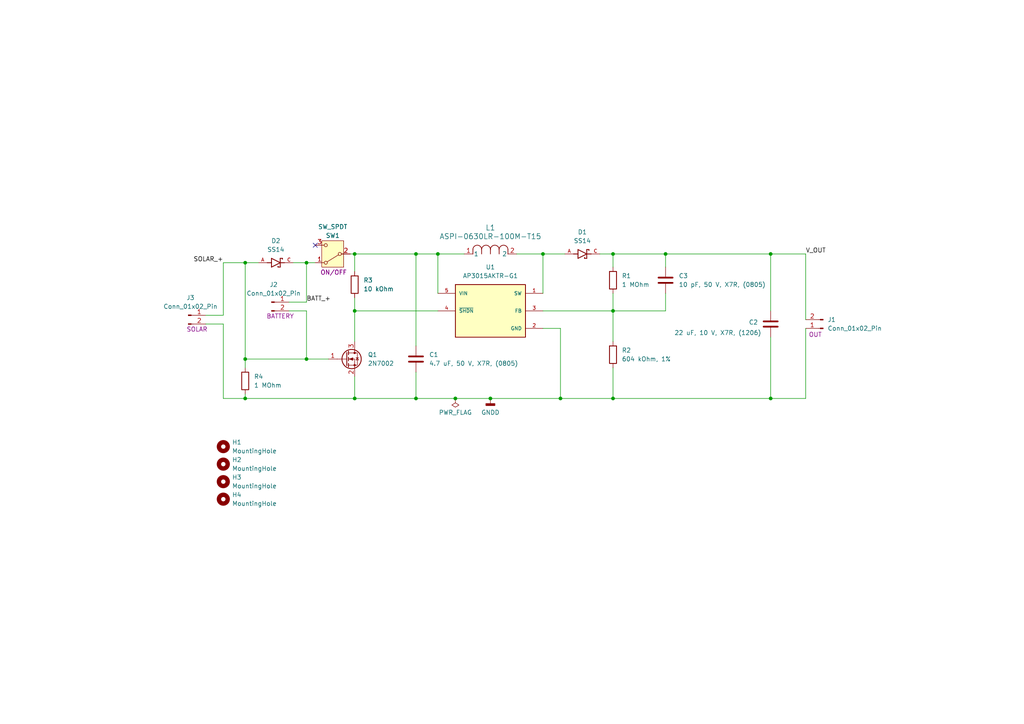
<source format=kicad_sch>
(kicad_sch (version 20250114) (generator "eeschema") (generator_version "9.0")
  (paper "A4")
  (title_block (title "Tiny Solar Supply (IN: 1.2 - 12 V / OUT: 3V3)") (date "2025-07-12") (rev "1.0") (company "Used with Permission by Jaime M. Villegas I.") (comment 1 "Author:  Clemens Valens (Elektor)"))
  (lib_symbols
    (symbol "2025-07-13_02-27-56:ASPI-0630LR-100M-T15" (pin_names (offset 0.254))
      (property "Reference" "L1" (at 7.62 7.62 0))
      (property "Value" "ASPI-0630LR-100M-T15" (at 7.62 5.08 0))
      (symbol "ASPI-0630LR-100M-T15_1_1"
        (polyline (pts (xy 2.54 0) (xy 2.54 1.27)) (stroke (width 0.2032)))
        (arc (start 2.54 1.27) (mid 3.81 2.5344) (end 5.08 1.27) (stroke (width 0.2032)))
        (polyline (pts (xy 5.08 0) (xy 5.08 1.27)) (stroke (width 0.2032)))
        (arc (start 5.08 1.27) (mid 6.35 2.5344) (end 7.62 1.27) (stroke (width 0.2032)))
        (polyline (pts (xy 7.62 0) (xy 7.62 1.27)) (stroke (width 0.2032)))
        (arc (start 7.62 1.27) (mid 8.89 2.5344) (end 10.16 1.27) (stroke (width 0.2032)))
        (polyline (pts (xy 10.16 0) (xy 10.16 1.27)) (stroke (width 0.2032)))
        (arc (start 10.16 1.27) (mid 11.43 2.5344) (end 12.7 1.27) (stroke (width 0.2032)))
        (polyline (pts (xy 12.7 0) (xy 12.7 1.27)) (stroke (width 0.2032)))
        (pin passive line (at 0 0 0) (length 2.54) (name "2") (number "2"))
        (pin passive line (at 15.24 0 180) (length 2.54) (name "1") (number "1"))
      )
      (symbol "ASPI-0630LR-100M-T15_1_2"
        (arc (start -1.27 10.16) (mid -2.5344 11.43) (end -1.27 12.7) (stroke (width 0.2032)))
        (arc (start -1.27 7.62) (mid -2.5344 8.89) (end -1.27 10.16) (stroke (width 0.2032)))
        (arc (start -1.27 5.08) (mid -2.5344 6.35) (end -1.27 7.62) (stroke (width 0.2032)))
        (arc (start -1.27 2.54) (mid -2.5344 3.81) (end -1.27 5.08) (stroke (width 0.2032)))
        (polyline (pts (xy 0 12.7) (xy -1.27 12.7)) (stroke (width 0.2032)))
        (polyline (pts (xy 0 10.16) (xy -1.27 10.16)) (stroke (width 0.2032)))
        (polyline (pts (xy 0 7.62) (xy -1.27 7.62)) (stroke (width 0.2032)))
        (polyline (pts (xy 0 5.08) (xy -1.27 5.08)) (stroke (width 0.2032)))
        (polyline (pts (xy 0 2.54) (xy -1.27 2.54)) (stroke (width 0.2032)))
        (pin unspecified line (at 0 15.24 270) (length 2.54) (name "1") (number "1"))
        (pin unspecified line (at 0 0 90) (length 2.54) (name "2") (number "2"))
      )
    )
    (symbol "AP3015AKTR-G1:AP3015AKTR-G1" (pin_names (offset 1.016))
      (property "Reference" "U" (at -10.16 8.382 0))
      (property "Value" "AP3015AKTR-G1" (at -10.16 -10.16 0))
      (symbol "AP3015AKTR-G1_0_0"
        (rectangle (start -10.16 -7.62) (end 10.16 7.62) (stroke (width 0.254)) (fill (type background)))
        (pin input line (at -15.24 5.08 0) (length 5.08) (name "VIN") (number "5"))
        (pin input line (at -15.24 0 0) (length 5.08) (name "~{SHDN}") (number "4"))
        (pin output line (at 15.24 5.08 180) (length 5.08) (name "SW") (number "1"))
        (pin input line (at 15.24 0 180) (length 5.08) (name "FB") (number "3"))
        (pin power_in line (at 15.24 -5.08 180) (length 5.08) (name "GND") (number "2"))
      )
    )
    (symbol "Connector:Conn_01x02_Pin" (pin_names (offset 1.016) (hide yes))
      (property "Reference" "J" (at 0 2.54 0))
      (property "Value" "Conn_01x02_Pin" (at 0 -5.08 0))
      (symbol "Conn_01x02_Pin_1_1"
        (rectangle (start 0.8636 0.127) (end 0 -0.127) (stroke (width 0.1524)) (fill (type outline)))
        (rectangle (start 0.8636 -2.413) (end 0 -2.667) (stroke (width 0.1524)) (fill (type outline)))
        (polyline (pts (xy 1.27 0) (xy 0.8636 0)) (stroke (width 0.1524)))
        (polyline (pts (xy 1.27 -2.54) (xy 0.8636 -2.54)) (stroke (width 0.1524)))
        (pin passive line (at 5.08 0 180) (length 3.81) (name "Pin_1") (number "1"))
        (pin passive line (at 5.08 -2.54 180) (length 3.81) (name "Pin_2") (number "2"))
      )
    )
    (symbol "Device:C" (pin_numbers (hide yes)) (pin_names (offset 0.254))
      (property "Reference" "C" (at 0.635 2.54 0))
      (property "Value" "C" (at 0.635 -2.54 0))
      (symbol "C_0_1"
        (polyline (pts (xy -2.032 0.762) (xy 2.032 0.762)) (stroke (width 0.508)))
        (polyline (pts (xy -2.032 -0.762) (xy 2.032 -0.762)) (stroke (width 0.508)))
      )
      (symbol "C_1_1"
        (pin passive line (at 0 3.81 270) (length 2.794) (name "~") (number "1"))
        (pin passive line (at 0 -3.81 90) (length 2.794) (name "~") (number "2"))
      )
    )
    (symbol "Device:R" (pin_numbers (hide yes)) (pin_names (offset 0))
      (property "Reference" "R" (at 2.032 0 90))
      (property "Value" "R" (at 0 0 90))
      (symbol "R_0_1"
        (rectangle (start -1.016 -2.54) (end 1.016 2.54) (stroke (width 0.254)))
      )
      (symbol "R_1_1"
        (pin passive line (at 0 3.81 270) (length 1.27) (name "~") (number "1"))
        (pin passive line (at 0 -3.81 90) (length 1.27) (name "~") (number "2"))
      )
    )
    (symbol "Mechanical:MountingHole" (pin_names (offset 1.016)) (in_bom no)
      (property "Reference" "H" (at 0 5.08 0))
      (property "Value" "MountingHole" (at 0 3.175 0))
      (symbol "MountingHole_0_1"
        (circle (center 0 0) (radius 1.27) (stroke (width 1.27)))
      )
    )
    (symbol "SS14:SS14" (pin_names (offset 1.016))
      (property "Reference" "D" (at -5.08 2.54 0))
      (property "Value" "SS14" (at -5.08 -3.81 0))
      (symbol "SS14_0_0"
        (polyline (pts (xy -2.54 0) (xy -1.27 0)) (stroke (width 0.254)))
        (polyline (pts (xy -1.27 1.27) (xy -1.27 0)) (stroke (width 0.254)))
        (polyline (pts (xy -1.27 0) (xy -1.27 -1.27)) (stroke (width 0.254)))
        (polyline (pts (xy -1.27 -1.27) (xy 1.27 0)) (stroke (width 0.254)))
        (polyline (pts (xy 0.635 -1.016) (xy 0.635 -1.27)) (stroke (width 0.254)))
        (polyline (pts (xy 1.27 1.27) (xy 1.27 0)) (stroke (width 0.254)))
        (polyline (pts (xy 1.27 0) (xy -1.27 1.27)) (stroke (width 0.254)))
        (polyline (pts (xy 1.27 0) (xy 1.27 -1.27)) (stroke (width 0.254)))
        (polyline (pts (xy 1.27 -1.27) (xy 0.635 -1.27)) (stroke (width 0.254)))
        (polyline (pts (xy 1.905 1.27) (xy 1.27 1.27)) (stroke (width 0.254)))
        (polyline (pts (xy 1.905 1.27) (xy 1.905 1.016)) (stroke (width 0.254)))
        (polyline (pts (xy 2.54 0) (xy 1.27 0)) (stroke (width 0.254)))
        (pin passive line (at -5.08 0 0) (length 2.54) (name "~") (number "A"))
        (pin passive line (at 5.08 0 180) (length 2.54) (name "~") (number "C"))
      )
    )
    (symbol "Switch:SW_SPDT" (pin_names (offset 0) (hide yes))
      (property "Reference" "SW" (at 0 5.08 0))
      (property "Value" "SW_SPDT" (at 0 -5.08 0))
      (symbol "SW_SPDT_0_1"
        (circle (center -2.032 0) (radius 0.4572))
        (polyline (pts (xy -1.651 0.254) (xy 1.651 2.286)))
        (circle (center 2.032 2.54) (radius 0.4572))
        (circle (center 2.032 -2.54) (radius 0.4572))
      )
      (symbol "SW_SPDT_1_1"
        (rectangle (start -3.175 3.81) (end 3.175 -3.81) (fill (type background)))
        (pin passive line (at -5.08 0 0) (length 2.54) (name "B") (number "2"))
        (pin passive line (at 5.08 2.54 180) (length 2.54) (name "A") (number "1"))
        (pin passive line (at 5.08 -2.54 180) (length 2.54) (name "C") (number "3"))
      )
    )
    (symbol "Transistor_FET:2N7002" (pin_names (offset 0) (hide yes))
      (property "Reference" "Q" (at 5.08 1.905 0))
      (property "Value" "2N7002" (at 5.08 0 0))
      (symbol "2N7002_0_1"
        (polyline (pts (xy 0.254 1.905) (xy 0.254 -1.905)) (stroke (width 0.254)))
        (polyline (pts (xy 0.254 0) (xy -2.54 0)))
        (polyline (pts (xy 0.762 2.286) (xy 0.762 1.27)) (stroke (width 0.254)))
        (polyline (pts (xy 0.762 0.508) (xy 0.762 -0.508)) (stroke (width 0.254)))
        (polyline (pts (xy 0.762 -1.27) (xy 0.762 -2.286)) (stroke (width 0.254)))
        (polyline (pts (xy 0.762 -1.778) (xy 3.302 -1.778) (xy 3.302 1.778) (xy 0.762 1.778)))
        (polyline (pts (xy 1.016 0) (xy 2.032 0.381) (xy 2.032 -0.381) (xy 1.016 0)) (fill (type outline)))
        (circle (center 1.651 0) (radius 2.794) (stroke (width 0.254)))
        (polyline (pts (xy 2.54 2.54) (xy 2.54 1.778)))
        (circle (center 2.54 1.778) (radius 0.254) (fill (type outline)))
        (circle (center 2.54 -1.778) (radius 0.254) (fill (type outline)))
        (polyline (pts (xy 2.54 -2.54) (xy 2.54 0) (xy 0.762 0)))
        (polyline (pts (xy 2.921 0.381) (xy 3.683 0.381)))
        (polyline (pts (xy 3.302 0.381) (xy 2.921 -0.254) (xy 3.683 -0.254) (xy 3.302 0.381)))
      )
      (symbol "2N7002_1_1"
        (pin input line (at -5.08 0 0) (length 2.54) (name "G") (number "1"))
        (pin passive line (at 2.54 5.08 270) (length 2.54) (name "D") (number "3"))
        (pin passive line (at 2.54 -5.08 90) (length 2.54) (name "S") (number "2"))
      )
    )
    (symbol "power:GNDD" (power) (pin_numbers (hide yes)) (pin_names (offset 0) (hide yes))
      (property "Value" "GNDD" (at 0 -3.175 0))
      (symbol "GNDD_0_1"
        (rectangle (start -1.27 -1.524) (end 1.27 -2.032) (stroke (width 0.254)) (fill (type outline)))
        (polyline (pts (xy 0 0) (xy 0 -1.524)))
      )
      (symbol "GNDD_1_1"
        (pin power_in line (at 0 0 270) (length 0) (name "~") (number "1"))
      )
    )
    (symbol "power:PWR_FLAG" (power) (pin_numbers (hide yes)) (pin_names (offset 0) (hide yes))
      (property "Value" "PWR_FLAG" (at 0 3.81 0))
      (symbol "PWR_FLAG_0_0"
        (pin power_out line (at 0 0 90) (length 0) (name "~") (number "1"))
      )
      (symbol "PWR_FLAG_0_1"
        (polyline (pts (xy 0 0) (xy 0 1.27) (xy -1.016 1.905) (xy 0 2.54) (xy 1.016 1.905) (xy 0 1.27)))
      )
    )
  )
  (junction (at 71.12 104.14))
  (junction (at 102.87 73.66))
  (junction (at 71.12 115.57))
  (junction (at 132.08 115.57))
  (junction (at 102.87 90.17))
  (junction (at 177.8 73.66))
  (junction (at 88.9 76.2))
  (junction (at 102.87 115.57))
  (junction (at 142.24 115.57))
  (junction (at 177.8 90.17))
  (junction (at 71.12 76.2))
  (junction (at 162.56 115.57))
  (junction (at 157.48 73.66))
  (junction (at 177.8 115.57))
  (junction (at 223.52 115.57))
  (junction (at 120.65 115.57))
  (junction (at 88.9 104.14))
  (junction (at 193.04 73.66))
  (junction (at 120.65 73.66))
  (junction (at 223.52 73.66))
  (junction (at 127 73.66))
  (no_connect (at 91.44 71.12))
  (wire (pts (xy 193.04 77.47) (xy 193.04 73.66)))
  (wire (pts (xy 193.04 90.17) (xy 177.8 90.17)))
  (wire (pts (xy 71.12 114.3) (xy 71.12 115.57)))
  (wire (pts (xy 177.8 115.57) (xy 162.56 115.57)))
  (wire (pts (xy 177.8 73.66) (xy 193.04 73.66)))
  (wire (pts (xy 88.9 76.2) (xy 91.44 76.2)))
  (wire (pts (xy 64.77 91.44) (xy 64.77 76.2)))
  (wire (pts (xy 193.04 73.66) (xy 223.52 73.66)))
  (wire (pts (xy 120.65 115.57) (xy 132.08 115.57)))
  (wire (pts (xy 157.48 73.66) (xy 157.48 85.09)))
  (wire (pts (xy 88.9 90.17) (xy 88.9 104.14)))
  (wire (pts (xy 157.48 90.17) (xy 177.8 90.17)))
  (wire (pts (xy 71.12 104.14) (xy 71.12 76.2)))
  (wire (pts (xy 233.68 92.71) (xy 233.68 73.66)))
  (wire (pts (xy 127 85.09) (xy 127 73.66)))
  (wire (pts (xy 102.87 109.22) (xy 102.87 115.57)))
  (wire (pts (xy 149.86 73.66) (xy 157.48 73.66)))
  (wire (pts (xy 177.8 73.66) (xy 177.8 77.47)))
  (wire (pts (xy 162.56 115.57) (xy 142.24 115.57)))
  (wire (pts (xy 223.52 90.17) (xy 223.52 73.66)))
  (wire (pts (xy 64.77 115.57) (xy 71.12 115.57)))
  (wire (pts (xy 102.87 115.57) (xy 120.65 115.57)))
  (wire (pts (xy 142.24 115.57) (xy 132.08 115.57)))
  (wire (pts (xy 64.77 76.2) (xy 71.12 76.2)))
  (wire (pts (xy 102.87 73.66) (xy 120.65 73.66)))
  (wire (pts (xy 233.68 115.57) (xy 223.52 115.57)))
  (wire (pts (xy 85.09 76.2) (xy 88.9 76.2)))
  (wire (pts (xy 120.65 107.95) (xy 120.65 115.57)))
  (wire (pts (xy 102.87 86.36) (xy 102.87 90.17)))
  (wire (pts (xy 59.69 91.44) (xy 64.77 91.44)))
  (wire (pts (xy 71.12 115.57) (xy 102.87 115.57)))
  (wire (pts (xy 127 73.66) (xy 134.62 73.66)))
  (wire (pts (xy 223.52 97.79) (xy 223.52 115.57)))
  (wire (pts (xy 120.65 73.66) (xy 120.65 100.33)))
  (wire (pts (xy 162.56 95.25) (xy 162.56 115.57)))
  (wire (pts (xy 88.9 87.63) (xy 88.9 76.2)))
  (wire (pts (xy 83.82 87.63) (xy 88.9 87.63)))
  (wire (pts (xy 157.48 73.66) (xy 163.83 73.66)))
  (wire (pts (xy 59.69 93.98) (xy 64.77 93.98)))
  (wire (pts (xy 102.87 78.74) (xy 102.87 73.66)))
  (wire (pts (xy 233.68 73.66) (xy 223.52 73.66)))
  (wire (pts (xy 102.87 90.17) (xy 127 90.17)))
  (wire (pts (xy 177.8 106.68) (xy 177.8 115.57)))
  (wire (pts (xy 83.82 90.17) (xy 88.9 90.17)))
  (wire (pts (xy 120.65 73.66) (xy 127 73.66)))
  (wire (pts (xy 71.12 106.68) (xy 71.12 104.14)))
  (wire (pts (xy 64.77 93.98) (xy 64.77 115.57)))
  (wire (pts (xy 102.87 90.17) (xy 102.87 99.06)))
  (wire (pts (xy 193.04 85.09) (xy 193.04 90.17)))
  (wire (pts (xy 71.12 104.14) (xy 88.9 104.14)))
  (wire (pts (xy 177.8 90.17) (xy 177.8 85.09)))
  (wire (pts (xy 173.99 73.66) (xy 177.8 73.66)))
  (wire (pts (xy 177.8 90.17) (xy 177.8 99.06)))
  (wire (pts (xy 88.9 104.14) (xy 95.25 104.14)))
  (wire (pts (xy 177.8 115.57) (xy 223.52 115.57)))
  (wire (pts (xy 71.12 76.2) (xy 74.93 76.2)))
  (wire (pts (xy 233.68 95.25) (xy 233.68 115.57)))
  (wire (pts (xy 157.48 95.25) (xy 162.56 95.25)))
  (wire (pts (xy 101.6 73.66) (xy 102.87 73.66)))
  (label "V_OUT" (at 233.68 73.66 0))
  (label "SOLAR_+" (at 64.77 76.2 180))
  (label "BATT_+" (at 88.9 87.63 0))
  (symbol (lib_id "2025-07-13_02-27-56:ASPI-0630LR-100M-T15") (at 149.86 73.66 0) (mirror y) (unit 1)
    (property "Reference" "L1" (at 142.24 66.04 0) (effects (font (size 1.524 1.524))))
    (property "Value" "ASPI-0630LR-100M-T15" (at 142.24 68.58 0) (effects (font (size 1.524 1.524))))
    (property "Footprint" "IND_ASPI-0630LR_ABR-L:IND_ASPI-0630LR_ABR" (effects (hide yes)))
    (property "Datasheet" "ASPI-0630LR-100M-T15" (effects (hide yes)))
  )
  (symbol (lib_id "Device:R") (at 177.8 81.28 0) (unit 1)
    (property "Reference" "R1" (at 180.34 80.0099 0) (effects (justify left)))
    (property "Value" "1 MOhm" (at 180.34 82.5499 0) (effects (justify left)))
    (property "Footprint" "Resistor_SMD:R_0805_2012Metric" (effects (hide yes)))
    (property "Description" "Resistor" (effects (hide yes)))
  )
  (symbol (lib_id "Device:R") (at 102.87 82.55 0) (unit 1)
    (property "Reference" "R3" (at 105.41 81.2799 0) (effects (justify left)))
    (property "Value" "10 kOhm" (at 105.41 83.8199 0) (effects (justify left)))
    (property "Footprint" "Resistor_SMD:R_0805_2012Metric" (effects (hide yes)))
    (property "Description" "Resistor" (effects (hide yes)))
  )
  (symbol (lib_id "Device:R") (at 177.8 102.87 0) (unit 1)
    (property "Reference" "R2" (at 180.34 101.5999 0) (effects (justify left)))
    (property "Value" "604 kOhm, 1%" (at 180.34 104.1399 0) (effects (justify left)))
    (property "Footprint" "Resistor_SMD:R_0805_2012Metric" (effects (hide yes)))
    (property "Description" "Resistor" (effects (hide yes)))
  )
  (symbol (lib_id "power:GNDD") (at 142.24 115.57 0) (unit 1)
    (property "Reference" "#PWR01" (effects (hide yes)))
    (property "Value" "GNDD" (at 142.24 119.634 0))
    (property "Description" "Power symbol creates a global label with name \"GNDD\" , digital ground" (effects (hide yes)))
  )
  (symbol (lib_id "SS14:SS14") (at 168.91 73.66 0) (unit 1)
    (property "Reference" "D1" (at 168.91 67.31 0))
    (property "Value" "SS14" (at 168.91 69.85 0))
    (property "Footprint" "SS14:DIOM4325X250N" (effects (hide yes)))
    (property "MF" "Taiwan Semiconductor" (effects (hide yes)))
    (property "MAXIMUM_PACKAGE_HEIGHT" "2.5 mm" (effects (hide yes)))
    (property "Package" "SMA-2 Taiwan Semiconductor" (effects (hide yes)))
    (property "Price" "None" (effects (hide yes)))
    (property "Check_prices" "https://www.snapeda.com/parts/SS14/taiwan/view-part/?ref=eda" (effects (hide yes)))
    (property "STANDARD" "IPC-7351B" (effects (hide yes)))
    (property "PARTREV" "O2102" (effects (hide yes)))
    (property "SnapEDA_Link" "https://www.snapeda.com/parts/SS14/taiwan/view-part/?ref=snap" (effects (hide yes)))
    (property "MP" "SS14" (effects (hide yes)))
    (property "Description_1" "1A, 40V, Schottky Rectifier" (effects (hide yes)))
    (property "Availability" "In Stock" (effects (hide yes)))
    (property "MANUFACTURER" "Taiwan Semiconductor" (effects (hide yes)))
  )
  (symbol (lib_id "Connector:Conn_01x02_Pin") (at 78.74 87.63 0) (unit 1)
    (property "Reference" "J2" (at 79.375 82.55 0))
    (property "Value" "Conn_01x02_Pin" (at 79.375 85.09 0))
    (property "Footprint" "Connector_PinHeader_2.54mm:PinHeader_1x02_P2.54mm_Vertical" (effects (hide yes)))
    (property "Description" "Generic connector, single row, 01x02, script generated" (effects (hide yes)))
    (property "Función" "BATTERY" (at 81.28 91.694 0))
  )
  (symbol (lib_id "Device:C") (at 193.04 81.28 0) (unit 1)
    (property "Reference" "C3" (at 196.85 80.0099 0) (effects (justify left)))
    (property "Value" "10 pF, 50 V, X7R, (0805)" (at 196.85 82.5499 0) (effects (justify left)))
    (property "Footprint" "Capacitor_SMD:C_0805_2012Metric" (effects (hide yes)))
    (property "Description" "Unpolarized capacitor" (effects (hide yes)))
  )
  (symbol (lib_id "Transistor_FET:2N7002") (at 100.33 104.14 0) (unit 1)
    (property "Reference" "Q1" (at 106.68 102.8699 0) (effects (justify left)))
    (property "Value" "2N7002" (at 106.68 105.4099 0) (effects (justify left)))
    (property "Footprint" "Package_TO_SOT_SMD:SOT-23" (effects (hide yes)))
    (property "Datasheet" "https://www.onsemi.com/pub/Collateral/NDS7002A-D.PDF" (effects (hide yes)))
    (property "Description" "0.115A Id, 60V Vds, N-Channel MOSFET, SOT-23" (effects (hide yes)))
  )
  (symbol (lib_id "Mechanical:MountingHole") (at 64.77 144.78 0) (unit 1) (in_bom no)
    (property "Reference" "H4" (at 67.31 143.5099 0) (effects (justify left)))
    (property "Value" "MountingHole" (at 67.31 146.0499 0) (effects (justify left)))
    (property "Footprint" "ScrewHoles:MountingHole_1.8mm" (effects (hide yes)))
    (property "Description" "Mounting Hole without connection" (effects (hide yes)))
  )
  (symbol (lib_id "AP3015AKTR-G1:AP3015AKTR-G1") (at 142.24 90.17 0) (unit 1)
    (property "Reference" "U1" (at 142.24 77.47 0))
    (property "Value" "AP3015AKTR-G1" (at 142.24 80.01 0))
    (property "Footprint" "AP3015AKTR-G1:SOT95P280X145-5N" (effects (hide yes)))
    (property "MF" "Diodes Inc." (effects (hide yes)))
    (property "MAXIMUM_PACKAGE_HEIGHT" "1.45mm" (effects (hide yes)))
    (property "Package" "SOT-23-5 Diodes Inc." (effects (hide yes)))
    (property "Price" "None" (effects (hide yes)))
    (property "Check_prices" "https://www.snapeda.com/parts/AP3015AKTR-G1/Diodes+Inc./view-part/?ref=eda" (effects (hide yes)))
    (property "STANDARD" "IPC-7351B" (effects (hide yes)))
    (property "PARTREV" "1.4" (effects (hide yes)))
    (property "SnapEDA_Link" "https://www.snapeda.com/parts/AP3015AKTR-G1/Diodes+Inc./view-part/?ref=snap" (effects (hide yes)))
    (property "MP" "AP3015AKTR-G1" (effects (hide yes)))
    (property "Description_1" "uPower Step-Up DC-DC Converter SOT23-5 | Diodes Inc AP3015AKTR-G1" (effects (hide yes)))
    (property "Availability" "In Stock" (effects (hide yes)))
    (property "MANUFACTURER" "Diodes Inc" (effects (hide yes)))
  )
  (symbol (lib_id "Device:C") (at 223.52 93.98 0) (unit 1)
    (property "Reference" "C2" (at 217.17 93.472 0) (effects (justify left)))
    (property "Value" "22 uF, 10 V, X7R, (1206)" (at 195.58 96.52 0) (effects (justify left)))
    (property "Footprint" "Capacitor_SMD:C_1206_3216Metric" (effects (hide yes)))
    (property "Description" "Unpolarized capacitor" (effects (hide yes)))
  )
  (symbol (lib_id "Device:C") (at 120.65 104.14 0) (unit 1)
    (property "Reference" "C1" (at 124.46 102.8699 0) (effects (justify left)))
    (property "Value" "4.7 uF, 50 V, X7R, (0805)" (at 124.46 105.4099 0) (effects (justify left)))
    (property "Footprint" "Capacitor_SMD:C_0805_2012Metric" (effects (hide yes)))
    (property "Description" "Unpolarized capacitor" (effects (hide yes)))
  )
  (symbol (lib_id "SS14:SS14") (at 80.01 76.2 0) (unit 1)
    (property "Reference" "D2" (at 80.01 69.85 0))
    (property "Value" "SS14" (at 80.01 72.39 0))
    (property "Footprint" "SS14:DIOM4325X250N" (effects (hide yes)))
    (property "MF" "Taiwan Semiconductor" (effects (hide yes)))
    (property "MAXIMUM_PACKAGE_HEIGHT" "2.5 mm" (effects (hide yes)))
    (property "Package" "SMA-2 Taiwan Semiconductor" (effects (hide yes)))
    (property "Price" "None" (effects (hide yes)))
    (property "Check_prices" "https://www.snapeda.com/parts/SS14/taiwan/view-part/?ref=eda" (effects (hide yes)))
    (property "STANDARD" "IPC-7351B" (effects (hide yes)))
    (property "PARTREV" "O2102" (effects (hide yes)))
    (property "SnapEDA_Link" "https://www.snapeda.com/parts/SS14/taiwan/view-part/?ref=snap" (effects (hide yes)))
    (property "MP" "SS14" (effects (hide yes)))
    (property "Description_1" "1A, 40V, Schottky Rectifier" (effects (hide yes)))
    (property "Availability" "In Stock" (effects (hide yes)))
    (property "MANUFACTURER" "Taiwan Semiconductor" (effects (hide yes)))
  )
  (symbol (lib_id "Switch:SW_SPDT") (at 96.52 73.66 180) (unit 1)
    (property "Reference" "SW1" (at 96.52 68.326 0))
    (property "Value" "SW_SPDT" (at 96.52 65.786 0))
    (property "Footprint" "Button_Switch_THT:SW_Slide_SPDT_Straight_CK_OS102011MS2Q" (effects (hide yes)))
    (property "Description" "Switch, single pole double throw" (effects (hide yes)))
    (property "Función" "ON/OFF" (at 96.774 78.994 0))
  )
  (symbol (lib_id "Device:R") (at 71.12 110.49 0) (unit 1)
    (property "Reference" "R4" (at 73.66 109.2199 0) (effects (justify left)))
    (property "Value" "1 MOhm" (at 73.66 111.7599 0) (effects (justify left)))
    (property "Footprint" "Resistor_SMD:R_0805_2012Metric" (effects (hide yes)))
    (property "Description" "Resistor" (effects (hide yes)))
  )
  (symbol (lib_id "power:PWR_FLAG") (at 132.08 115.57 180) (unit 1)
    (property "Reference" "#FLG01" (effects (hide yes)))
    (property "Value" "PWR_FLAG" (at 132.08 119.634 0))
    (property "Description" "Special symbol for telling ERC where power comes from" (effects (hide yes)))
  )
  (symbol (lib_id "Connector:Conn_01x02_Pin") (at 54.61 91.44 0) (unit 1)
    (property "Reference" "J3" (at 55.245 86.36 0))
    (property "Value" "Conn_01x02_Pin" (at 55.245 88.9 0))
    (property "Footprint" "Connector_PinHeader_2.54mm:PinHeader_1x02_P2.54mm_Vertical" (effects (hide yes)))
    (property "Description" "Generic connector, single row, 01x02, script generated" (effects (hide yes)))
    (property "Function" "SOLAR" (at 57.15 95.504 0))
  )
  (symbol (lib_id "Mechanical:MountingHole") (at 64.77 129.54 0) (unit 1) (in_bom no)
    (property "Reference" "H1" (at 67.31 128.2699 0) (effects (justify left)))
    (property "Value" "MountingHole" (at 67.31 130.8099 0) (effects (justify left)))
    (property "Footprint" "ScrewHoles:MountingHole_1.8mm" (effects (hide yes)))
    (property "Description" "Mounting Hole without connection" (effects (hide yes)))
  )
  (symbol (lib_id "Mechanical:MountingHole") (at 64.77 134.62 0) (unit 1) (in_bom no)
    (property "Reference" "H2" (at 67.31 133.3499 0) (effects (justify left)))
    (property "Value" "MountingHole" (at 67.31 135.8899 0) (effects (justify left)))
    (property "Footprint" "ScrewHoles:MountingHole_1.8mm" (effects (hide yes)))
    (property "Description" "Mounting Hole without connection" (effects (hide yes)))
  )
  (symbol (lib_id "Connector:Conn_01x02_Pin") (at 238.76 95.25 180) (unit 1)
    (property "Reference" "J1" (at 240.03 92.7099 0) (effects (justify right)))
    (property "Value" "Conn_01x02_Pin" (at 240.03 95.2499 0) (effects (justify right)))
    (property "Footprint" "Connector_PinHeader_2.54mm:PinHeader_1x02_P2.54mm_Vertical" (effects (hide yes)))
    (property "Description" "Generic connector, single row, 01x02, script generated" (effects (hide yes)))
    (property "Función" "OUT" (at 236.474 97.028 0))
  )
  (symbol (lib_id "Mechanical:MountingHole") (at 64.77 139.7 0) (unit 1) (in_bom no)
    (property "Reference" "H3" (at 67.31 138.4299 0) (effects (justify left)))
    (property "Value" "MountingHole" (at 67.31 140.9699 0) (effects (justify left)))
    (property "Footprint" "ScrewHoles:MountingHole_1.8mm" (effects (hide yes)))
    (property "Description" "Mounting Hole without connection" (effects (hide yes)))
  )
)
</source>
